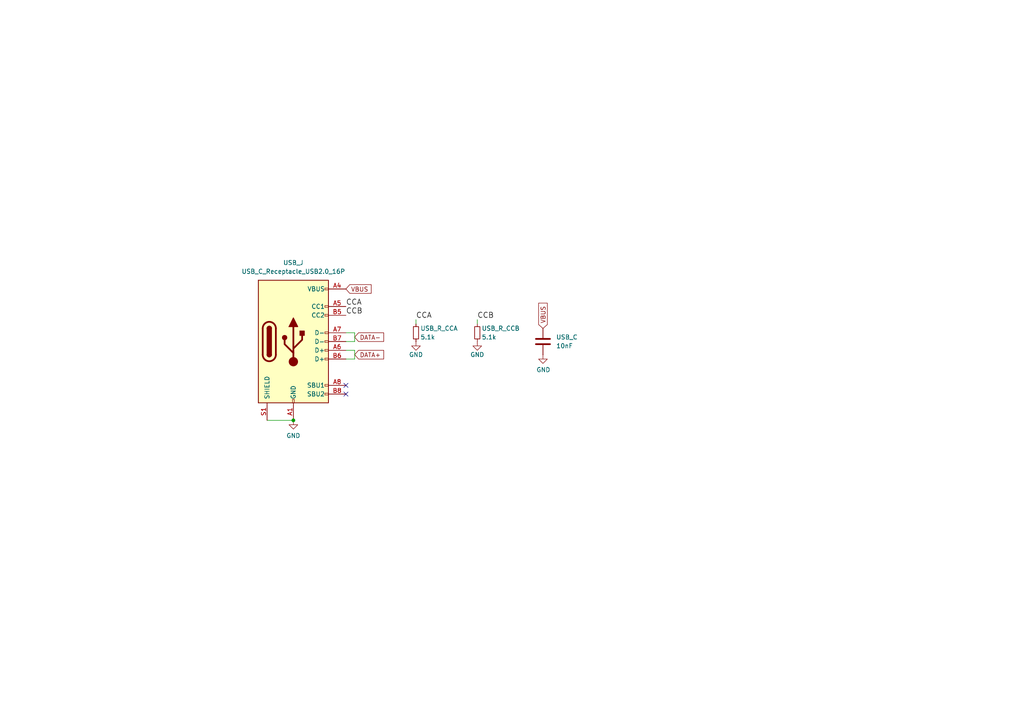
<source format=kicad_sch>
(kicad_sch (version 20250114) (generator "eeschema") (generator_version "9.0")
  (paper "A4")
  (lib_symbols
    (symbol "Connector:USB_C_Receptacle_USB2.0_16P" (pin_names (offset 1.016))
      (property "Reference" "J" (at 0 22.225 0))
      (property "Value" "USB_C_Receptacle_USB2.0_16P" (at 0 19.685 0))
      (symbol "USB_C_Receptacle_USB2.0_16P_0_0"
        (rectangle (start -0.254 -17.78) (end 0.254 -16.764))
        (rectangle (start 10.16 15.494) (end 9.144 14.986))
        (rectangle (start 10.16 10.414) (end 9.144 9.906))
        (rectangle (start 10.16 7.874) (end 9.144 7.366))
        (rectangle (start 10.16 2.794) (end 9.144 2.286))
        (rectangle (start 10.16 0.254) (end 9.144 -0.254))
        (rectangle (start 10.16 -2.286) (end 9.144 -2.794))
        (rectangle (start 10.16 -4.826) (end 9.144 -5.334))
        (rectangle (start 10.16 -12.446) (end 9.144 -12.954))
        (rectangle (start 10.16 -14.986) (end 9.144 -15.494))
      )
      (symbol "USB_C_Receptacle_USB2.0_16P_0_1"
        (rectangle (start -10.16 17.78) (end 10.16 -17.78) (stroke (width 0.254)) (fill (type background)))
        (polyline (pts (xy -8.89 -3.81) (xy -8.89 3.81)) (stroke (width 0.508)))
        (rectangle (start -7.62 -3.81) (end -6.35 3.81) (stroke (width 0.254)) (fill (type outline)))
        (arc (start -7.62 3.81) (mid -6.985 4.4423) (end -6.35 3.81) (stroke (width 0.254)))
        (arc (start -7.62 3.81) (mid -6.985 4.4423) (end -6.35 3.81) (stroke (width 0.254)) (fill (type outline)))
        (arc (start -8.89 3.81) (mid -6.985 5.7067) (end -5.08 3.81) (stroke (width 0.508)))
        (arc (start -5.08 -3.81) (mid -6.985 -5.7067) (end -8.89 -3.81) (stroke (width 0.508)))
        (arc (start -6.35 -3.81) (mid -6.985 -4.4423) (end -7.62 -3.81) (stroke (width 0.254)))
        (arc (start -6.35 -3.81) (mid -6.985 -4.4423) (end -7.62 -3.81) (stroke (width 0.254)) (fill (type outline)))
        (polyline (pts (xy -5.08 3.81) (xy -5.08 -3.81)) (stroke (width 0.508)))
        (circle (center -2.54 1.143) (radius 0.635) (stroke (width 0.254)) (fill (type outline)))
        (polyline (pts (xy -1.27 4.318) (xy 0 6.858) (xy 1.27 4.318) (xy -1.27 4.318)) (stroke (width 0.254)) (fill (type outline)))
        (polyline (pts (xy 0 -2.032) (xy 2.54 0.508) (xy 2.54 1.778)) (stroke (width 0.508)))
        (polyline (pts (xy 0 -3.302) (xy -2.54 -0.762) (xy -2.54 0.508)) (stroke (width 0.508)))
        (polyline (pts (xy 0 -5.842) (xy 0 4.318)) (stroke (width 0.508)))
        (circle (center 0 -5.842) (radius 1.27) (fill (type outline)))
        (rectangle (start 1.905 1.778) (end 3.175 3.048) (stroke (width 0.254)) (fill (type outline)))
      )
      (symbol "USB_C_Receptacle_USB2.0_16P_1_1"
        (pin passive line (at -7.62 -22.86 90) (length 5.08) (name "SHIELD") (number "S1"))
        (pin passive line (at 0 -22.86 90) (length 5.08) (name "GND") (number "A1"))
        (pin passive line (at 0 -22.86 90) (length 5.08) (hide yes) (name "GND") (number "A12"))
        (pin passive line (at 0 -22.86 90) (length 5.08) (hide yes) (name "GND") (number "B1"))
        (pin passive line (at 0 -22.86 90) (length 5.08) (hide yes) (name "GND") (number "B12"))
        (pin passive line (at 15.24 15.24 180) (length 5.08) (name "VBUS") (number "A4"))
        (pin passive line (at 15.24 15.24 180) (length 5.08) (hide yes) (name "VBUS") (number "A9"))
        (pin passive line (at 15.24 15.24 180) (length 5.08) (hide yes) (name "VBUS") (number "B4"))
        (pin passive line (at 15.24 15.24 180) (length 5.08) (hide yes) (name "VBUS") (number "B9"))
        (pin bidirectional line (at 15.24 10.16 180) (length 5.08) (name "CC1") (number "A5"))
        (pin bidirectional line (at 15.24 7.62 180) (length 5.08) (name "CC2") (number "B5"))
        (pin bidirectional line (at 15.24 2.54 180) (length 5.08) (name "D-") (number "A7"))
        (pin bidirectional line (at 15.24 0 180) (length 5.08) (name "D-") (number "B7"))
        (pin bidirectional line (at 15.24 -2.54 180) (length 5.08) (name "D+") (number "A6"))
        (pin bidirectional line (at 15.24 -5.08 180) (length 5.08) (name "D+") (number "B6"))
        (pin bidirectional line (at 15.24 -12.7 180) (length 5.08) (name "SBU1") (number "A8"))
        (pin bidirectional line (at 15.24 -15.24 180) (length 5.08) (name "SBU2") (number "B8"))
      )
    )
    (symbol "Device:C" (pin_numbers (hide yes)) (pin_names (offset 0.254))
      (property "Reference" "C" (at 0.635 2.54 0))
      (property "Value" "C" (at 0.635 -2.54 0))
      (symbol "C_0_1"
        (polyline (pts (xy -2.032 0.762) (xy 2.032 0.762)) (stroke (width 0.508)))
        (polyline (pts (xy -2.032 -0.762) (xy 2.032 -0.762)) (stroke (width 0.508)))
      )
      (symbol "C_1_1"
        (pin passive line (at 0 3.81 270) (length 2.794) (name "~") (number "1"))
        (pin passive line (at 0 -3.81 90) (length 2.794) (name "~") (number "2"))
      )
    )
    (symbol "Device:R_Small" (pin_numbers (hide yes)) (pin_names (offset 0.254) (hide yes))
      (property "Reference" "R" (at 0.762 0.508 0))
      (property "Value" "R_Small" (at 0.762 -1.016 0))
      (symbol "R_Small_0_1"
        (rectangle (start -0.762 1.778) (end 0.762 -1.778) (stroke (width 0.2032)))
      )
      (symbol "R_Small_1_1"
        (pin passive line (at 0 2.54 270) (length 0.762) (name "~") (number "1"))
        (pin passive line (at 0 -2.54 90) (length 0.762) (name "~") (number "2"))
      )
    )
    (symbol "power:GND" (power) (pin_numbers (hide yes)) (pin_names (offset 0) (hide yes))
      (property "Value" "GND" (at 0 -3.81 0))
      (symbol "GND_0_1"
        (polyline (pts (xy 0 0) (xy 0 -1.27) (xy 1.27 -1.27) (xy 0 -2.54) (xy -1.27 -1.27) (xy 0 -1.27)))
      )
      (symbol "GND_1_1"
        (pin power_in line (at 0 0 270) (length 0) (name "~") (number "1"))
      )
    )
  )
  (junction (at 85.09 121.92))
  (no_connect (at 100.33 114.3))
  (no_connect (at 100.33 111.76))
  (wire (pts (xy 138.43 92.71) (xy 138.43 93.98)))
  (wire (pts (xy 77.47 121.92) (xy 85.09 121.92)))
  (wire (pts (xy 100.33 101.6) (xy 102.87 101.6)))
  (wire (pts (xy 100.33 104.14) (xy 102.87 104.14)))
  (wire (pts (xy 120.65 92.71) (xy 120.65 93.98)))
  (wire (pts (xy 100.33 99.06) (xy 102.87 99.06)))
  (wire (pts (xy 102.87 96.52) (xy 102.87 99.06)))
  (wire (pts (xy 100.33 96.52) (xy 102.87 96.52)))
  (wire (pts (xy 102.87 101.6) (xy 102.87 104.14)))
  (label "CCB" (at 100.33 91.44 0) (effects (font (size 1.5494 1.5494))))
  (label "CCA" (at 120.65 92.71 0) (effects (font (size 1.5494 1.5494))))
  (label "CCA" (at 100.33 88.9 0) (effects (font (size 1.5494 1.5494))))
  (label "CCB" (at 138.43 92.71 0) (effects (font (size 1.5494 1.5494))))
  (global_label "DATA+" (shape input) (at 102.87 102.87 0) (property "Intersheetrefs" "${INTERSHEET_REFS}" (effects (hide yes))))
  (global_label "DATA-" (shape input) (at 102.87 97.79 0) (property "Intersheetrefs" "${INTERSHEET_REFS}" (effects (hide yes))))
  (global_label "VBUS" (shape input) (at 100.33 83.82 0) (property "Intersheetrefs" "${INTERSHEET_REFS}" (effects (hide yes))))
  (global_label "VBUS" (shape input) (at 157.48 95.25 90) (property "Intersheetrefs" "${INTERSHEET_REFS}" (effects (hide yes))))
  (symbol (lib_id "power:GND") (at 85.09 121.92 0) (unit 1)
    (property "Reference" "#PWR?" (effects (hide yes)))
    (property "Value" "GND" (at 85.09 126.365 0))
    (property "Description" "Power symbol creates a global label with name \"GND\" , ground" (effects (hide yes)))
  )
  (symbol (lib_id "Device:R_Small") (at 138.43 96.52 0) (unit 1)
    (property "Reference" "USB_R_CCB" (at 139.7 95.2499 0) (effects (justify left)))
    (property "Value" "5.1k" (at 139.7 97.7899 0) (effects (justify left)))
    (property "Footprint" "ErgoCai.pretty:R_0603_1608Metric" (effects (hide yes)))
    (property "Description" "Resistor, small symbol" (effects (hide yes)))
  )
  (symbol (lib_id "power:GND") (at 138.43 99.06 0) (unit 1)
    (property "Reference" "#PWR?" (effects (hide yes)))
    (property "Value" "GND" (at 138.43 102.87 0))
    (property "Description" "Power symbol creates a global label with name \"GND\" , ground" (effects (hide yes)))
  )
  (symbol (lib_id "power:GND") (at 120.65 99.06 0) (unit 1)
    (property "Reference" "#PWR?" (effects (hide yes)))
    (property "Value" "GND" (at 120.65 102.87 0))
    (property "Description" "Power symbol creates a global label with name \"GND\" , ground" (effects (hide yes)))
  )
  (symbol (lib_id "Connector:USB_C_Receptacle_USB2.0_16P") (at 85.09 99.06 0) (unit 1)
    (property "Reference" "USB_J" (at 85.09 76.2 0))
    (property "Value" "USB_C_Receptacle_USB2.0_16P" (at 85.09 78.74 0))
    (property "Footprint" "ErgoCai.pretty:USB_C_Receptacle_HRO_TYPE-C-31-M-12" (effects (hide yes)))
    (property "Datasheet" "https://www.usb.org/sites/default/files/documents/usb_type-c.zip" (effects (hide yes)))
    (property "Description" "USB 2.0-only 16P Type-C Receptacle connector" (effects (hide yes)))
  )
  (symbol (lib_id "Device:C") (at 157.48 99.06 180) (unit 1)
    (property "Reference" "USB_C" (at 161.29 97.7899 0) (effects (justify right)))
    (property "Value" "10nF" (at 161.29 100.3299 0) (effects (justify right)))
    (property "Footprint" "Capacitor_SMD:C_0805_2012Metric_Pad1.18x1.45mm_HandSolder" (effects (hide yes)))
    (property "Description" "Unpolarized capacitor" (effects (hide yes)))
  )
  (symbol (lib_id "power:GND") (at 157.48 102.87 0) (unit 1)
    (property "Reference" "#PWR?" (effects (hide yes)))
    (property "Value" "GND" (at 157.607 107.2642 0))
    (property "Description" "Power symbol creates a global label with name \"GND\" , ground" (effects (hide yes)))
  )
  (symbol (lib_id "Device:R_Small") (at 120.65 96.52 0) (unit 1)
    (property "Reference" "USB_R_CCA" (at 121.92 95.2499 0) (effects (justify left)))
    (property "Value" "5.1k" (at 121.92 97.7899 0) (effects (justify left)))
    (property "Footprint" "ErgoCai.pretty:R_0603_1608Metric" (effects (hide yes)))
    (property "Description" "Resistor, small symbol" (effects (hide yes)))
  )
)
</source>
